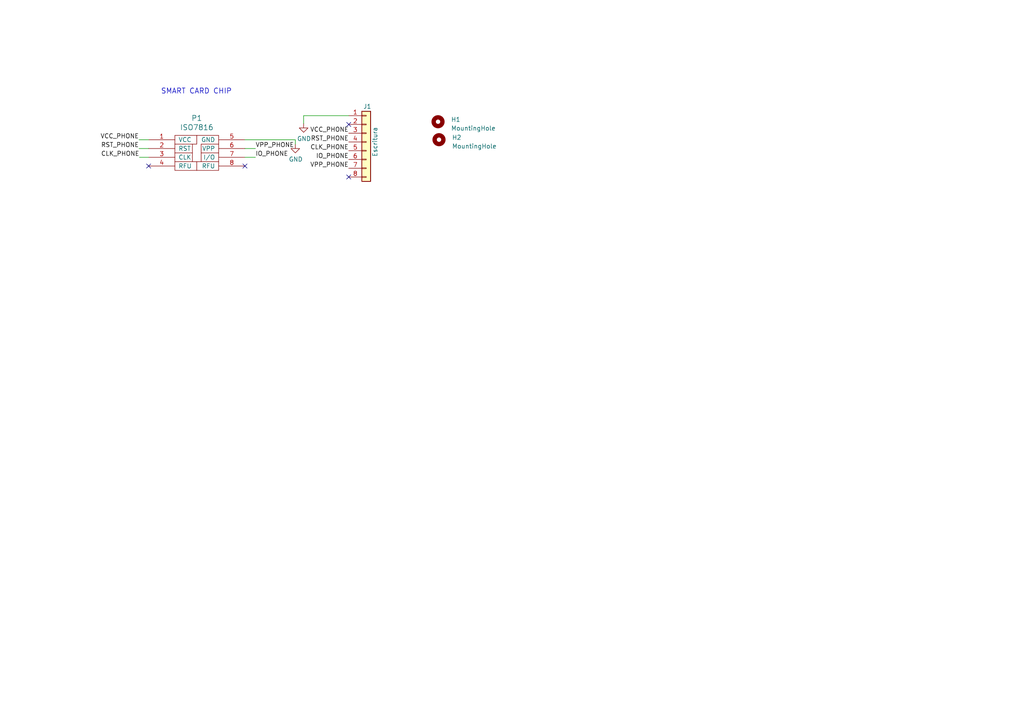
<source format=kicad_sch>
(kicad_sch (version 20230121) (generator eeschema)
  (paper "A4")
  (lib_symbols
    (symbol "Connector_Generic:Conn_01x08" (pin_names (offset 1.016) hide)
      (property "Reference" "J" (at 0 10.16 0))
      (property "Value" "Conn_01x08" (at 0 -12.7 0))
      (symbol "Conn_01x08_1_1"
        (rectangle (start -1.27 -10.033) (end 0 -10.287) (stroke (width 0.1524)))
        (rectangle (start -1.27 -7.493) (end 0 -7.747) (stroke (width 0.1524)))
        (rectangle (start -1.27 -4.953) (end 0 -5.207) (stroke (width 0.1524)))
        (rectangle (start -1.27 -2.413) (end 0 -2.667) (stroke (width 0.1524)))
        (rectangle (start -1.27 0.127) (end 0 -0.127) (stroke (width 0.1524)))
        (rectangle (start -1.27 2.667) (end 0 2.413) (stroke (width 0.1524)))
        (rectangle (start -1.27 5.207) (end 0 4.953) (stroke (width 0.1524)))
        (rectangle (start -1.27 7.747) (end 0 7.493) (stroke (width 0.1524)))
        (rectangle (start -1.27 8.89) (end 1.27 -11.43) (stroke (width 0.254)) (fill (type background)))
        (pin passive line (at -5.08 7.62 0) (length 3.81) (name "Pin_1") (number "1"))
        (pin passive line (at -5.08 5.08 0) (length 3.81) (name "Pin_2") (number "2"))
        (pin passive line (at -5.08 2.54 0) (length 3.81) (name "Pin_3") (number "3"))
        (pin passive line (at -5.08 0 0) (length 3.81) (name "Pin_4") (number "4"))
        (pin passive line (at -5.08 -2.54 0) (length 3.81) (name "Pin_5") (number "5"))
        (pin passive line (at -5.08 -5.08 0) (length 3.81) (name "Pin_6") (number "6"))
        (pin passive line (at -5.08 -7.62 0) (length 3.81) (name "Pin_7") (number "7"))
        (pin passive line (at -5.08 -10.16 0) (length 3.81) (name "Pin_8") (number "8"))
      )
    )
    (symbol "Mechanical:MountingHole" (pin_names (offset 1.016))
      (property "Reference" "H" (at 0 5.08 0))
      (property "Value" "MountingHole" (at 0 3.175 0))
      (symbol "MountingHole_0_1"
        (circle (center 0 0) (radius 1.27) (stroke (width 1.27)))
      )
    )
    (symbol "Simuladed_Card-rescue:ISO7816-smartcard-smartcat-monitor-rescue-Metabaseq-rescue-Metabaseq-rescue" (pin_names (offset 1.016))
      (property "Reference" "P1" (at 0 10.0838 0))
      (property "Value" "ISO7816" (at 0 7.3914 0))
      (symbol "ISO7816-smartcard-smartcat-monitor-rescue-Metabaseq-rescue-Metabaseq-rescue_0_1"
        (rectangle (start -6.35 5.08) (end 6.35 -5.08))
        (polyline (pts (xy -6.35 -2.54) (xy 6.35 -2.54) (xy 6.35 -2.54)))
        (polyline (pts (xy -6.35 0) (xy -1.27 0) (xy -1.27 0)))
        (polyline (pts (xy -1.27 2.54) (xy -6.35 2.54) (xy -6.35 2.54)))
        (polyline (pts (xy 0 -2.54) (xy 0 -5.08) (xy 0 -5.08)))
        (polyline (pts (xy 1.27 -2.54) (xy 1.27 2.54) (xy 1.27 2.54)))
        (polyline (pts (xy 1.27 0) (xy 6.35 0) (xy 6.35 0)))
        (polyline (pts (xy 1.27 2.54) (xy 6.35 2.54) (xy 6.35 2.54)))
        (polyline (pts (xy 0 5.08) (xy 0 2.54) (xy -1.27 2.54) (xy -1.27 -2.54) (xy -1.27 -2.54)))
      )
      (symbol "ISO7816-smartcard-smartcat-monitor-rescue-Metabaseq-rescue-Metabaseq-rescue_1_1"
        (pin power_in line (at -13.97 3.81 0) (length 7.62) (name "VCC") (number "1"))
        (pin input line (at -13.97 1.27 0) (length 7.62) (name "RST") (number "2"))
        (pin input line (at -13.97 -1.27 0) (length 7.62) (name "CLK") (number "3"))
        (pin unspecified line (at -13.97 -3.81 0) (length 7.62) (name "RFU") (number "4"))
        (pin power_in line (at 13.97 3.81 180) (length 7.62) (name "GND") (number "5"))
        (pin power_in line (at 13.97 1.27 180) (length 7.62) (name "VPP") (number "6"))
        (pin bidirectional line (at 13.97 -1.27 180) (length 7.62) (name "I/O") (number "7"))
        (pin unspecified line (at 13.97 -3.81 180) (length 7.62) (name "RFU") (number "8"))
      )
    )
    (symbol "power:GND" (power) (pin_names (offset 0))
      (property "Value" "GND" (at 0 -3.81 0))
      (symbol "GND_0_1"
        (polyline (pts (xy 0 0) (xy 0 -1.27) (xy 1.27 -1.27) (xy 0 -2.54) (xy -1.27 -1.27) (xy 0 -1.27)))
      )
      (symbol "GND_1_1"
        (pin power_in line (at 0 0 270) (length 0) hide (name "GND") (number "1"))
      )
    )
  )
  (no_connect (at 101.1428 36.0934))
  (no_connect (at 71.0438 48.1584))
  (no_connect (at 43.1038 48.1584))
  (no_connect (at 101.1428 51.3334))
  (wire (pts (xy 71.0438 45.6184) (xy 74.0918 45.6184)))
  (wire (pts (xy 88.0618 33.5534) (xy 88.0618 35.8394)))
  (wire (pts (xy 85.6488 40.5384) (xy 85.6488 41.8084)))
  (wire (pts (xy 71.0438 40.5384) (xy 85.6488 40.5384)))
  (wire (pts (xy 88.0618 33.5534) (xy 101.1428 33.5534)))
  (wire (pts (xy 43.1038 40.5384) (xy 40.3098 40.5384)))
  (wire (pts (xy 43.1038 45.6184) (xy 40.4368 45.6184)))
  (wire (pts (xy 71.0438 43.0784) (xy 74.0918 43.0784)))
  (wire (pts (xy 43.1038 43.0784) (xy 40.3098 43.0784)))
  (text "SMART CARD CHIP" (at 46.6598 27.4574 0) (effects (font (size 1.4986 1.4986)) (justify left bottom)))
  (label "VPP_PHONE" (at 74.0918 43.0784 0))
  (label "VPP_PHONE" (at 101.1428 48.7934 180))
  (label "IO_PHONE" (at 101.1428 46.2534 180))
  (label "VCC_PHONE" (at 101.1428 38.6334 180))
  (label "CLK_PHONE" (at 101.1428 43.7134 180))
  (label "IO_PHONE" (at 74.0918 45.6184 0))
  (label "CLK_PHONE" (at 40.4368 45.6184 180))
  (label "RST_PHONE" (at 101.1428 41.1734 180))
  (label "RST_PHONE" (at 40.3098 43.0784 180))
  (label "VCC_PHONE" (at 40.3098 40.5384 180))
  (symbol (lib_id "power:GND") (at 88.0618 35.8394 0) (unit 1)
    (property "Reference" "#PWR02" (effects hide))
    (property "Value" "GND" (at 88.1888 40.2336 0))
  )
  (symbol (lib_id "Mechanical:MountingHole") (at 127.3302 40.513 0) (unit 1)
    (property "Reference" "H2" (at 131.0894 39.878 0) (effects (justify left)))
    (property "Value" "MountingHole" (at 131.0894 42.418 0) (effects (justify left)))
    (property "Footprint" "MountingHole:MountingHole_2.2mm_M2" (effects hide))
  )
  (symbol (lib_id "Mechanical:MountingHole") (at 127.0508 35.306 0) (unit 1)
    (property "Reference" "H1" (at 130.81 34.671 0) (effects (justify left)))
    (property "Value" "MountingHole" (at 130.81 37.211 0) (effects (justify left)))
    (property "Footprint" "MountingHole:MountingHole_2.2mm_M2" (effects hide))
  )
  (symbol (lib_id "Simuladed_Card-rescue:ISO7816-smartcard-smartcat-monitor-rescue-Metabaseq-rescue-Metabaseq-rescue") (at 57.0738 44.3484 0) (unit 1)
    (property "Reference" "P1" (at 57.0738 34.2646 0) (effects (font (size 1.524 1.524))))
    (property "Value" "ISO7816" (at 57.0738 36.957 0) (effects (font (size 1.524 1.524))))
    (property "Footprint" "footprints:ChipEMV" (effects hide))
    (property "Datasheet" "-" (effects hide))
  )
  (symbol (lib_id "power:GND") (at 85.6488 41.8084 0) (unit 1)
    (property "Reference" "#PWR01" (effects hide))
    (property "Value" "GND" (at 85.7758 46.2026 0))
  )
  (symbol (lib_id "Connector_Generic:Conn_01x08") (at 106.2228 41.1734 0) (unit 1)
    (property "Reference" "J1" (at 105.3338 30.8864 0) (effects (justify left)))
    (property "Value" "Escritura " (at 108.7628 45.4914 90) (effects (justify left)))
    (property "Footprint" "Connector_FFC-FPC:TE_84952-8_1x08-1MP_P1.0mm_Horizontal" (effects hide))
    (property "Datasheet" "538-52271-0869" (effects hide))
    (property "manf#" "538-52271-0869" (effects hide))
  )
)
</source>
